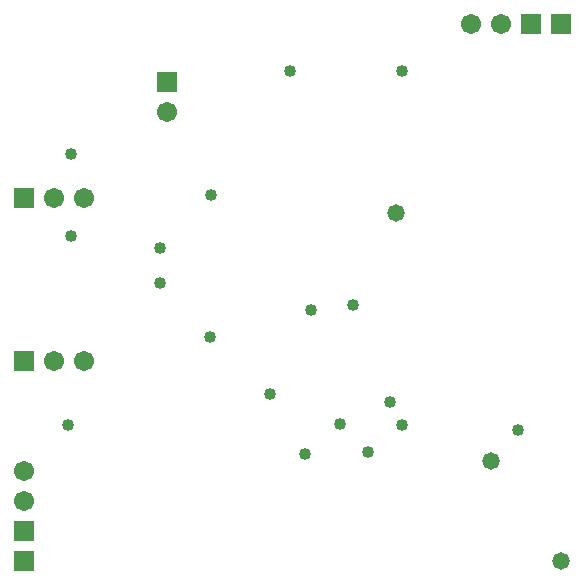
<source format=gbs>
%FSTAX24Y24*%
%MOIN*%
G70*
G01*
G75*
G04 Layer_Color=8388736*
%ADD10R,0.0472X0.0256*%
%ADD11R,0.1575X0.0591*%
%ADD12R,0.0591X0.1575*%
%ADD13R,0.0315X0.0374*%
%ADD14R,0.0374X0.0315*%
%ADD15R,0.1063X0.0512*%
%ADD16R,0.1500X0.1100*%
%ADD17R,0.1575X0.2165*%
%ADD18R,0.0374X0.1004*%
%ADD19R,0.1299X0.1004*%
%ADD20R,0.2362X0.2598*%
%ADD21R,0.0591X0.0866*%
%ADD22R,0.1301X0.0801*%
%ADD23R,0.0866X0.0591*%
%ADD24R,0.2598X0.2362*%
%ADD25R,0.0256X0.0472*%
%ADD26O,0.0472X0.0217*%
%ADD27R,0.0472X0.0217*%
G04:AMPARAMS|DCode=28|XSize=21.7mil|YSize=47.2mil|CornerRadius=0mil|HoleSize=0mil|Usage=FLASHONLY|Rotation=90.000|XOffset=0mil|YOffset=0mil|HoleType=Round|Shape=Octagon|*
%AMOCTAGOND28*
4,1,8,-0.0236,-0.0054,-0.0236,0.0054,-0.0182,0.0108,0.0182,0.0108,0.0236,0.0054,0.0236,-0.0054,0.0182,-0.0108,-0.0182,-0.0108,-0.0236,-0.0054,0.0*
%
%ADD28OCTAGOND28*%

%ADD29O,0.0945X0.0236*%
%ADD30R,0.0945X0.0236*%
%ADD31R,0.0492X0.0630*%
%ADD32R,0.0630X0.0492*%
%ADD33C,0.0100*%
%ADD34C,0.0709*%
%ADD35C,0.0300*%
%ADD36R,0.0591X0.0591*%
%ADD37C,0.0591*%
%ADD38R,0.0591X0.0591*%
%ADD39C,0.0320*%
%ADD40C,0.0500*%
%ADD41C,0.0200*%
%ADD42R,0.0552X0.0336*%
%ADD43R,0.1655X0.0671*%
%ADD44R,0.0671X0.1655*%
%ADD45R,0.0395X0.0454*%
%ADD46R,0.0454X0.0395*%
%ADD47R,0.1143X0.0592*%
%ADD48R,0.1580X0.1180*%
%ADD49R,0.1655X0.2245*%
%ADD50R,0.0454X0.1084*%
%ADD51R,0.1379X0.1084*%
%ADD52R,0.2442X0.2678*%
%ADD53R,0.0671X0.0946*%
%ADD54R,0.1381X0.0881*%
%ADD55R,0.0946X0.0671*%
%ADD56R,0.2678X0.2442*%
%ADD57R,0.0336X0.0552*%
%ADD58O,0.0512X0.0256*%
%ADD59R,0.0512X0.0256*%
G04:AMPARAMS|DCode=60|XSize=25.6mil|YSize=51.2mil|CornerRadius=0mil|HoleSize=0mil|Usage=FLASHONLY|Rotation=90.000|XOffset=0mil|YOffset=0mil|HoleType=Round|Shape=Octagon|*
%AMOCTAGOND60*
4,1,8,-0.0256,-0.0064,-0.0256,0.0064,-0.0192,0.0128,0.0192,0.0128,0.0256,0.0064,0.0256,-0.0064,0.0192,-0.0128,-0.0192,-0.0128,-0.0256,-0.0064,0.0*
%
%ADD60OCTAGOND60*%

%ADD61O,0.1025X0.0316*%
%ADD62R,0.1025X0.0316*%
%ADD63R,0.0572X0.0710*%
%ADD64R,0.0710X0.0572*%
%ADD65R,0.0671X0.0671*%
%ADD66C,0.0671*%
%ADD67R,0.0671X0.0671*%
%ADD68C,0.0400*%
%ADD69C,0.0580*%
D65*
X040654Y037402D02*
D03*
X039654D02*
D03*
X02274Y03159D02*
D03*
X02275Y02615D02*
D03*
D66*
X038654Y037402D02*
D03*
X037654D02*
D03*
X022741Y022488D02*
D03*
Y021488D02*
D03*
X02752Y03444D02*
D03*
X02374Y03159D02*
D03*
X02474D02*
D03*
X02475Y02615D02*
D03*
X02375D02*
D03*
D67*
X022741Y020488D02*
D03*
Y019488D02*
D03*
X02752Y03544D02*
D03*
D68*
X034945Y024803D02*
D03*
X027268Y029921D02*
D03*
Y02874D02*
D03*
X03231Y02787D02*
D03*
X03535Y024016D02*
D03*
X02422Y02402D02*
D03*
X024315Y030315D02*
D03*
X035339Y035827D02*
D03*
X02431Y03304D02*
D03*
X031599Y03581D02*
D03*
X03093Y02504D02*
D03*
X028952Y026969D02*
D03*
X02896Y03169D02*
D03*
X03372Y02801D02*
D03*
X0392Y02387D02*
D03*
X03211Y02305D02*
D03*
X03326Y02405D02*
D03*
X03422Y02311D02*
D03*
D69*
X035142Y031102D02*
D03*
X038292Y022835D02*
D03*
X040654Y019488D02*
D03*
M02*

</source>
